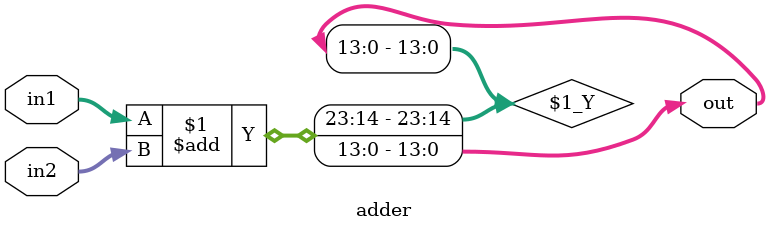
<source format=sv>
module adder (
	input [23:0] in1, 
	input [13:0] in2, 
	output [13:0]out);
	
  assign out = in1 + in2;
endmodule // adder
</source>
